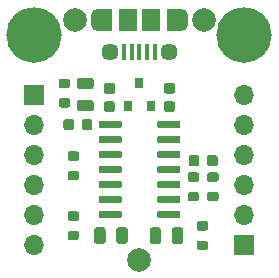
<source format=gbr>
G04 #@! TF.GenerationSoftware,KiCad,Pcbnew,5.1.5+dfsg1-2build2*
G04 #@! TF.CreationDate,2021-09-30T13:46:46+00:00*
G04 #@! TF.ProjectId,mcp2221a-breakout,6d637032-3232-4316-912d-627265616b6f,rev?*
G04 #@! TF.SameCoordinates,Original*
G04 #@! TF.FileFunction,Soldermask,Top*
G04 #@! TF.FilePolarity,Negative*
%FSLAX46Y46*%
G04 Gerber Fmt 4.6, Leading zero omitted, Abs format (unit mm)*
G04 Created by KiCad (PCBNEW 5.1.5+dfsg1-2build2) date 2021-09-30 13:46:46*
%MOMM*%
%LPD*%
G04 APERTURE LIST*
%ADD10C,4.700000*%
%ADD11R,0.800000X0.900000*%
%ADD12C,2.000000*%
%ADD13C,0.350000*%
%ADD14O,1.700000X1.700000*%
%ADD15R,1.700000X1.700000*%
%ADD16R,1.200000X1.900000*%
%ADD17O,1.200000X1.900000*%
%ADD18R,1.500000X1.900000*%
%ADD19C,1.450000*%
%ADD20R,0.400000X1.350000*%
G04 APERTURE END LIST*
D10*
G04 #@! TO.C,H2*
X116840000Y-45720000D03*
G04 #@! TD*
D11*
G04 #@! TO.C,U1*
X107950000Y-49800000D03*
X108900000Y-51800000D03*
X107000000Y-51800000D03*
G04 #@! TD*
D12*
G04 #@! TO.C,FID3*
X107886500Y-64770000D03*
G04 #@! TD*
D13*
G04 #@! TO.C,R6*
G36*
X112816603Y-57385963D02*
G01*
X112836018Y-57388843D01*
X112855057Y-57393612D01*
X112873537Y-57400224D01*
X112891279Y-57408616D01*
X112908114Y-57418706D01*
X112923879Y-57430398D01*
X112938421Y-57443579D01*
X112951602Y-57458121D01*
X112963294Y-57473886D01*
X112973384Y-57490721D01*
X112981776Y-57508463D01*
X112988388Y-57526943D01*
X112993157Y-57545982D01*
X112996037Y-57565397D01*
X112997000Y-57585000D01*
X112997000Y-57985000D01*
X112996037Y-58004603D01*
X112993157Y-58024018D01*
X112988388Y-58043057D01*
X112981776Y-58061537D01*
X112973384Y-58079279D01*
X112963294Y-58096114D01*
X112951602Y-58111879D01*
X112938421Y-58126421D01*
X112923879Y-58139602D01*
X112908114Y-58151294D01*
X112891279Y-58161384D01*
X112873537Y-58169776D01*
X112855057Y-58176388D01*
X112836018Y-58181157D01*
X112816603Y-58184037D01*
X112797000Y-58185000D01*
X112247000Y-58185000D01*
X112227397Y-58184037D01*
X112207982Y-58181157D01*
X112188943Y-58176388D01*
X112170463Y-58169776D01*
X112152721Y-58161384D01*
X112135886Y-58151294D01*
X112120121Y-58139602D01*
X112105579Y-58126421D01*
X112092398Y-58111879D01*
X112080706Y-58096114D01*
X112070616Y-58079279D01*
X112062224Y-58061537D01*
X112055612Y-58043057D01*
X112050843Y-58024018D01*
X112047963Y-58004603D01*
X112047000Y-57985000D01*
X112047000Y-57585000D01*
X112047963Y-57565397D01*
X112050843Y-57545982D01*
X112055612Y-57526943D01*
X112062224Y-57508463D01*
X112070616Y-57490721D01*
X112080706Y-57473886D01*
X112092398Y-57458121D01*
X112105579Y-57443579D01*
X112120121Y-57430398D01*
X112135886Y-57418706D01*
X112152721Y-57408616D01*
X112170463Y-57400224D01*
X112188943Y-57393612D01*
X112207982Y-57388843D01*
X112227397Y-57385963D01*
X112247000Y-57385000D01*
X112797000Y-57385000D01*
X112816603Y-57385963D01*
G37*
G36*
X112816603Y-59035963D02*
G01*
X112836018Y-59038843D01*
X112855057Y-59043612D01*
X112873537Y-59050224D01*
X112891279Y-59058616D01*
X112908114Y-59068706D01*
X112923879Y-59080398D01*
X112938421Y-59093579D01*
X112951602Y-59108121D01*
X112963294Y-59123886D01*
X112973384Y-59140721D01*
X112981776Y-59158463D01*
X112988388Y-59176943D01*
X112993157Y-59195982D01*
X112996037Y-59215397D01*
X112997000Y-59235000D01*
X112997000Y-59635000D01*
X112996037Y-59654603D01*
X112993157Y-59674018D01*
X112988388Y-59693057D01*
X112981776Y-59711537D01*
X112973384Y-59729279D01*
X112963294Y-59746114D01*
X112951602Y-59761879D01*
X112938421Y-59776421D01*
X112923879Y-59789602D01*
X112908114Y-59801294D01*
X112891279Y-59811384D01*
X112873537Y-59819776D01*
X112855057Y-59826388D01*
X112836018Y-59831157D01*
X112816603Y-59834037D01*
X112797000Y-59835000D01*
X112247000Y-59835000D01*
X112227397Y-59834037D01*
X112207982Y-59831157D01*
X112188943Y-59826388D01*
X112170463Y-59819776D01*
X112152721Y-59811384D01*
X112135886Y-59801294D01*
X112120121Y-59789602D01*
X112105579Y-59776421D01*
X112092398Y-59761879D01*
X112080706Y-59746114D01*
X112070616Y-59729279D01*
X112062224Y-59711537D01*
X112055612Y-59693057D01*
X112050843Y-59674018D01*
X112047963Y-59654603D01*
X112047000Y-59635000D01*
X112047000Y-59235000D01*
X112047963Y-59215397D01*
X112050843Y-59195982D01*
X112055612Y-59176943D01*
X112062224Y-59158463D01*
X112070616Y-59140721D01*
X112080706Y-59123886D01*
X112092398Y-59108121D01*
X112105579Y-59093579D01*
X112120121Y-59080398D01*
X112135886Y-59068706D01*
X112152721Y-59058616D01*
X112170463Y-59050224D01*
X112188943Y-59043612D01*
X112207982Y-59038843D01*
X112227397Y-59035963D01*
X112247000Y-59035000D01*
X112797000Y-59035000D01*
X112816603Y-59035963D01*
G37*
G04 #@! TD*
G04 #@! TO.C,R5*
G36*
X114467603Y-57385963D02*
G01*
X114487018Y-57388843D01*
X114506057Y-57393612D01*
X114524537Y-57400224D01*
X114542279Y-57408616D01*
X114559114Y-57418706D01*
X114574879Y-57430398D01*
X114589421Y-57443579D01*
X114602602Y-57458121D01*
X114614294Y-57473886D01*
X114624384Y-57490721D01*
X114632776Y-57508463D01*
X114639388Y-57526943D01*
X114644157Y-57545982D01*
X114647037Y-57565397D01*
X114648000Y-57585000D01*
X114648000Y-57985000D01*
X114647037Y-58004603D01*
X114644157Y-58024018D01*
X114639388Y-58043057D01*
X114632776Y-58061537D01*
X114624384Y-58079279D01*
X114614294Y-58096114D01*
X114602602Y-58111879D01*
X114589421Y-58126421D01*
X114574879Y-58139602D01*
X114559114Y-58151294D01*
X114542279Y-58161384D01*
X114524537Y-58169776D01*
X114506057Y-58176388D01*
X114487018Y-58181157D01*
X114467603Y-58184037D01*
X114448000Y-58185000D01*
X113898000Y-58185000D01*
X113878397Y-58184037D01*
X113858982Y-58181157D01*
X113839943Y-58176388D01*
X113821463Y-58169776D01*
X113803721Y-58161384D01*
X113786886Y-58151294D01*
X113771121Y-58139602D01*
X113756579Y-58126421D01*
X113743398Y-58111879D01*
X113731706Y-58096114D01*
X113721616Y-58079279D01*
X113713224Y-58061537D01*
X113706612Y-58043057D01*
X113701843Y-58024018D01*
X113698963Y-58004603D01*
X113698000Y-57985000D01*
X113698000Y-57585000D01*
X113698963Y-57565397D01*
X113701843Y-57545982D01*
X113706612Y-57526943D01*
X113713224Y-57508463D01*
X113721616Y-57490721D01*
X113731706Y-57473886D01*
X113743398Y-57458121D01*
X113756579Y-57443579D01*
X113771121Y-57430398D01*
X113786886Y-57418706D01*
X113803721Y-57408616D01*
X113821463Y-57400224D01*
X113839943Y-57393612D01*
X113858982Y-57388843D01*
X113878397Y-57385963D01*
X113898000Y-57385000D01*
X114448000Y-57385000D01*
X114467603Y-57385963D01*
G37*
G36*
X114467603Y-59035963D02*
G01*
X114487018Y-59038843D01*
X114506057Y-59043612D01*
X114524537Y-59050224D01*
X114542279Y-59058616D01*
X114559114Y-59068706D01*
X114574879Y-59080398D01*
X114589421Y-59093579D01*
X114602602Y-59108121D01*
X114614294Y-59123886D01*
X114624384Y-59140721D01*
X114632776Y-59158463D01*
X114639388Y-59176943D01*
X114644157Y-59195982D01*
X114647037Y-59215397D01*
X114648000Y-59235000D01*
X114648000Y-59635000D01*
X114647037Y-59654603D01*
X114644157Y-59674018D01*
X114639388Y-59693057D01*
X114632776Y-59711537D01*
X114624384Y-59729279D01*
X114614294Y-59746114D01*
X114602602Y-59761879D01*
X114589421Y-59776421D01*
X114574879Y-59789602D01*
X114559114Y-59801294D01*
X114542279Y-59811384D01*
X114524537Y-59819776D01*
X114506057Y-59826388D01*
X114487018Y-59831157D01*
X114467603Y-59834037D01*
X114448000Y-59835000D01*
X113898000Y-59835000D01*
X113878397Y-59834037D01*
X113858982Y-59831157D01*
X113839943Y-59826388D01*
X113821463Y-59819776D01*
X113803721Y-59811384D01*
X113786886Y-59801294D01*
X113771121Y-59789602D01*
X113756579Y-59776421D01*
X113743398Y-59761879D01*
X113731706Y-59746114D01*
X113721616Y-59729279D01*
X113713224Y-59711537D01*
X113706612Y-59693057D01*
X113701843Y-59674018D01*
X113698963Y-59654603D01*
X113698000Y-59635000D01*
X113698000Y-59235000D01*
X113698963Y-59215397D01*
X113701843Y-59195982D01*
X113706612Y-59176943D01*
X113713224Y-59158463D01*
X113721616Y-59140721D01*
X113731706Y-59123886D01*
X113743398Y-59108121D01*
X113756579Y-59093579D01*
X113771121Y-59080398D01*
X113786886Y-59068706D01*
X113803721Y-59058616D01*
X113821463Y-59050224D01*
X113839943Y-59043612D01*
X113858982Y-59038843D01*
X113878397Y-59035963D01*
X113898000Y-59035000D01*
X114448000Y-59035000D01*
X114467603Y-59035963D01*
G37*
G04 #@! TD*
D14*
G04 #@! TO.C,J2*
X99060000Y-63500000D03*
X99060000Y-60960000D03*
X99060000Y-58420000D03*
X99060000Y-55880000D03*
X99060000Y-53340000D03*
D15*
X99060000Y-50800000D03*
G04 #@! TD*
D10*
G04 #@! TO.C,H1*
X99060000Y-45720000D03*
G04 #@! TD*
D12*
G04 #@! TO.C,FID2*
X113411000Y-44450000D03*
G04 #@! TD*
G04 #@! TO.C,FID1*
X102489000Y-44450000D03*
G04 #@! TD*
D13*
G04 #@! TO.C,D3*
G36*
X109566142Y-62039174D02*
G01*
X109589803Y-62042684D01*
X109613007Y-62048496D01*
X109635529Y-62056554D01*
X109657153Y-62066782D01*
X109677670Y-62079079D01*
X109696883Y-62093329D01*
X109714607Y-62109393D01*
X109730671Y-62127117D01*
X109744921Y-62146330D01*
X109757218Y-62166847D01*
X109767446Y-62188471D01*
X109775504Y-62210993D01*
X109781316Y-62234197D01*
X109784826Y-62257858D01*
X109786000Y-62281750D01*
X109786000Y-63194250D01*
X109784826Y-63218142D01*
X109781316Y-63241803D01*
X109775504Y-63265007D01*
X109767446Y-63287529D01*
X109757218Y-63309153D01*
X109744921Y-63329670D01*
X109730671Y-63348883D01*
X109714607Y-63366607D01*
X109696883Y-63382671D01*
X109677670Y-63396921D01*
X109657153Y-63409218D01*
X109635529Y-63419446D01*
X109613007Y-63427504D01*
X109589803Y-63433316D01*
X109566142Y-63436826D01*
X109542250Y-63438000D01*
X109054750Y-63438000D01*
X109030858Y-63436826D01*
X109007197Y-63433316D01*
X108983993Y-63427504D01*
X108961471Y-63419446D01*
X108939847Y-63409218D01*
X108919330Y-63396921D01*
X108900117Y-63382671D01*
X108882393Y-63366607D01*
X108866329Y-63348883D01*
X108852079Y-63329670D01*
X108839782Y-63309153D01*
X108829554Y-63287529D01*
X108821496Y-63265007D01*
X108815684Y-63241803D01*
X108812174Y-63218142D01*
X108811000Y-63194250D01*
X108811000Y-62281750D01*
X108812174Y-62257858D01*
X108815684Y-62234197D01*
X108821496Y-62210993D01*
X108829554Y-62188471D01*
X108839782Y-62166847D01*
X108852079Y-62146330D01*
X108866329Y-62127117D01*
X108882393Y-62109393D01*
X108900117Y-62093329D01*
X108919330Y-62079079D01*
X108939847Y-62066782D01*
X108961471Y-62056554D01*
X108983993Y-62048496D01*
X109007197Y-62042684D01*
X109030858Y-62039174D01*
X109054750Y-62038000D01*
X109542250Y-62038000D01*
X109566142Y-62039174D01*
G37*
G36*
X111441142Y-62039174D02*
G01*
X111464803Y-62042684D01*
X111488007Y-62048496D01*
X111510529Y-62056554D01*
X111532153Y-62066782D01*
X111552670Y-62079079D01*
X111571883Y-62093329D01*
X111589607Y-62109393D01*
X111605671Y-62127117D01*
X111619921Y-62146330D01*
X111632218Y-62166847D01*
X111642446Y-62188471D01*
X111650504Y-62210993D01*
X111656316Y-62234197D01*
X111659826Y-62257858D01*
X111661000Y-62281750D01*
X111661000Y-63194250D01*
X111659826Y-63218142D01*
X111656316Y-63241803D01*
X111650504Y-63265007D01*
X111642446Y-63287529D01*
X111632218Y-63309153D01*
X111619921Y-63329670D01*
X111605671Y-63348883D01*
X111589607Y-63366607D01*
X111571883Y-63382671D01*
X111552670Y-63396921D01*
X111532153Y-63409218D01*
X111510529Y-63419446D01*
X111488007Y-63427504D01*
X111464803Y-63433316D01*
X111441142Y-63436826D01*
X111417250Y-63438000D01*
X110929750Y-63438000D01*
X110905858Y-63436826D01*
X110882197Y-63433316D01*
X110858993Y-63427504D01*
X110836471Y-63419446D01*
X110814847Y-63409218D01*
X110794330Y-63396921D01*
X110775117Y-63382671D01*
X110757393Y-63366607D01*
X110741329Y-63348883D01*
X110727079Y-63329670D01*
X110714782Y-63309153D01*
X110704554Y-63287529D01*
X110696496Y-63265007D01*
X110690684Y-63241803D01*
X110687174Y-63218142D01*
X110686000Y-63194250D01*
X110686000Y-62281750D01*
X110687174Y-62257858D01*
X110690684Y-62234197D01*
X110696496Y-62210993D01*
X110704554Y-62188471D01*
X110714782Y-62166847D01*
X110727079Y-62146330D01*
X110741329Y-62127117D01*
X110757393Y-62109393D01*
X110775117Y-62093329D01*
X110794330Y-62079079D01*
X110814847Y-62066782D01*
X110836471Y-62056554D01*
X110858993Y-62048496D01*
X110882197Y-62042684D01*
X110905858Y-62039174D01*
X110929750Y-62038000D01*
X111417250Y-62038000D01*
X111441142Y-62039174D01*
G37*
G04 #@! TD*
G04 #@! TO.C,D2*
G36*
X106742142Y-62039174D02*
G01*
X106765803Y-62042684D01*
X106789007Y-62048496D01*
X106811529Y-62056554D01*
X106833153Y-62066782D01*
X106853670Y-62079079D01*
X106872883Y-62093329D01*
X106890607Y-62109393D01*
X106906671Y-62127117D01*
X106920921Y-62146330D01*
X106933218Y-62166847D01*
X106943446Y-62188471D01*
X106951504Y-62210993D01*
X106957316Y-62234197D01*
X106960826Y-62257858D01*
X106962000Y-62281750D01*
X106962000Y-63194250D01*
X106960826Y-63218142D01*
X106957316Y-63241803D01*
X106951504Y-63265007D01*
X106943446Y-63287529D01*
X106933218Y-63309153D01*
X106920921Y-63329670D01*
X106906671Y-63348883D01*
X106890607Y-63366607D01*
X106872883Y-63382671D01*
X106853670Y-63396921D01*
X106833153Y-63409218D01*
X106811529Y-63419446D01*
X106789007Y-63427504D01*
X106765803Y-63433316D01*
X106742142Y-63436826D01*
X106718250Y-63438000D01*
X106230750Y-63438000D01*
X106206858Y-63436826D01*
X106183197Y-63433316D01*
X106159993Y-63427504D01*
X106137471Y-63419446D01*
X106115847Y-63409218D01*
X106095330Y-63396921D01*
X106076117Y-63382671D01*
X106058393Y-63366607D01*
X106042329Y-63348883D01*
X106028079Y-63329670D01*
X106015782Y-63309153D01*
X106005554Y-63287529D01*
X105997496Y-63265007D01*
X105991684Y-63241803D01*
X105988174Y-63218142D01*
X105987000Y-63194250D01*
X105987000Y-62281750D01*
X105988174Y-62257858D01*
X105991684Y-62234197D01*
X105997496Y-62210993D01*
X106005554Y-62188471D01*
X106015782Y-62166847D01*
X106028079Y-62146330D01*
X106042329Y-62127117D01*
X106058393Y-62109393D01*
X106076117Y-62093329D01*
X106095330Y-62079079D01*
X106115847Y-62066782D01*
X106137471Y-62056554D01*
X106159993Y-62048496D01*
X106183197Y-62042684D01*
X106206858Y-62039174D01*
X106230750Y-62038000D01*
X106718250Y-62038000D01*
X106742142Y-62039174D01*
G37*
G36*
X104867142Y-62039174D02*
G01*
X104890803Y-62042684D01*
X104914007Y-62048496D01*
X104936529Y-62056554D01*
X104958153Y-62066782D01*
X104978670Y-62079079D01*
X104997883Y-62093329D01*
X105015607Y-62109393D01*
X105031671Y-62127117D01*
X105045921Y-62146330D01*
X105058218Y-62166847D01*
X105068446Y-62188471D01*
X105076504Y-62210993D01*
X105082316Y-62234197D01*
X105085826Y-62257858D01*
X105087000Y-62281750D01*
X105087000Y-63194250D01*
X105085826Y-63218142D01*
X105082316Y-63241803D01*
X105076504Y-63265007D01*
X105068446Y-63287529D01*
X105058218Y-63309153D01*
X105045921Y-63329670D01*
X105031671Y-63348883D01*
X105015607Y-63366607D01*
X104997883Y-63382671D01*
X104978670Y-63396921D01*
X104958153Y-63409218D01*
X104936529Y-63419446D01*
X104914007Y-63427504D01*
X104890803Y-63433316D01*
X104867142Y-63436826D01*
X104843250Y-63438000D01*
X104355750Y-63438000D01*
X104331858Y-63436826D01*
X104308197Y-63433316D01*
X104284993Y-63427504D01*
X104262471Y-63419446D01*
X104240847Y-63409218D01*
X104220330Y-63396921D01*
X104201117Y-63382671D01*
X104183393Y-63366607D01*
X104167329Y-63348883D01*
X104153079Y-63329670D01*
X104140782Y-63309153D01*
X104130554Y-63287529D01*
X104122496Y-63265007D01*
X104116684Y-63241803D01*
X104113174Y-63218142D01*
X104112000Y-63194250D01*
X104112000Y-62281750D01*
X104113174Y-62257858D01*
X104116684Y-62234197D01*
X104122496Y-62210993D01*
X104130554Y-62188471D01*
X104140782Y-62166847D01*
X104153079Y-62146330D01*
X104167329Y-62127117D01*
X104183393Y-62109393D01*
X104201117Y-62093329D01*
X104220330Y-62079079D01*
X104240847Y-62066782D01*
X104262471Y-62056554D01*
X104284993Y-62048496D01*
X104308197Y-62042684D01*
X104331858Y-62039174D01*
X104355750Y-62038000D01*
X104843250Y-62038000D01*
X104867142Y-62039174D01*
G37*
G04 #@! TD*
D14*
G04 #@! TO.C,J3*
X116840000Y-50800000D03*
X116840000Y-53340000D03*
X116840000Y-55880000D03*
X116840000Y-58420000D03*
X116840000Y-60960000D03*
D15*
X116840000Y-63500000D03*
G04 #@! TD*
D13*
G04 #@! TO.C,U2*
G36*
X111264703Y-53040722D02*
G01*
X111279264Y-53042882D01*
X111293543Y-53046459D01*
X111307403Y-53051418D01*
X111320710Y-53057712D01*
X111333336Y-53065280D01*
X111345159Y-53074048D01*
X111356066Y-53083934D01*
X111365952Y-53094841D01*
X111374720Y-53106664D01*
X111382288Y-53119290D01*
X111388582Y-53132597D01*
X111393541Y-53146457D01*
X111397118Y-53160736D01*
X111399278Y-53175297D01*
X111400000Y-53190000D01*
X111400000Y-53490000D01*
X111399278Y-53504703D01*
X111397118Y-53519264D01*
X111393541Y-53533543D01*
X111388582Y-53547403D01*
X111382288Y-53560710D01*
X111374720Y-53573336D01*
X111365952Y-53585159D01*
X111356066Y-53596066D01*
X111345159Y-53605952D01*
X111333336Y-53614720D01*
X111320710Y-53622288D01*
X111307403Y-53628582D01*
X111293543Y-53633541D01*
X111279264Y-53637118D01*
X111264703Y-53639278D01*
X111250000Y-53640000D01*
X109600000Y-53640000D01*
X109585297Y-53639278D01*
X109570736Y-53637118D01*
X109556457Y-53633541D01*
X109542597Y-53628582D01*
X109529290Y-53622288D01*
X109516664Y-53614720D01*
X109504841Y-53605952D01*
X109493934Y-53596066D01*
X109484048Y-53585159D01*
X109475280Y-53573336D01*
X109467712Y-53560710D01*
X109461418Y-53547403D01*
X109456459Y-53533543D01*
X109452882Y-53519264D01*
X109450722Y-53504703D01*
X109450000Y-53490000D01*
X109450000Y-53190000D01*
X109450722Y-53175297D01*
X109452882Y-53160736D01*
X109456459Y-53146457D01*
X109461418Y-53132597D01*
X109467712Y-53119290D01*
X109475280Y-53106664D01*
X109484048Y-53094841D01*
X109493934Y-53083934D01*
X109504841Y-53074048D01*
X109516664Y-53065280D01*
X109529290Y-53057712D01*
X109542597Y-53051418D01*
X109556457Y-53046459D01*
X109570736Y-53042882D01*
X109585297Y-53040722D01*
X109600000Y-53040000D01*
X111250000Y-53040000D01*
X111264703Y-53040722D01*
G37*
G36*
X111264703Y-54310722D02*
G01*
X111279264Y-54312882D01*
X111293543Y-54316459D01*
X111307403Y-54321418D01*
X111320710Y-54327712D01*
X111333336Y-54335280D01*
X111345159Y-54344048D01*
X111356066Y-54353934D01*
X111365952Y-54364841D01*
X111374720Y-54376664D01*
X111382288Y-54389290D01*
X111388582Y-54402597D01*
X111393541Y-54416457D01*
X111397118Y-54430736D01*
X111399278Y-54445297D01*
X111400000Y-54460000D01*
X111400000Y-54760000D01*
X111399278Y-54774703D01*
X111397118Y-54789264D01*
X111393541Y-54803543D01*
X111388582Y-54817403D01*
X111382288Y-54830710D01*
X111374720Y-54843336D01*
X111365952Y-54855159D01*
X111356066Y-54866066D01*
X111345159Y-54875952D01*
X111333336Y-54884720D01*
X111320710Y-54892288D01*
X111307403Y-54898582D01*
X111293543Y-54903541D01*
X111279264Y-54907118D01*
X111264703Y-54909278D01*
X111250000Y-54910000D01*
X109600000Y-54910000D01*
X109585297Y-54909278D01*
X109570736Y-54907118D01*
X109556457Y-54903541D01*
X109542597Y-54898582D01*
X109529290Y-54892288D01*
X109516664Y-54884720D01*
X109504841Y-54875952D01*
X109493934Y-54866066D01*
X109484048Y-54855159D01*
X109475280Y-54843336D01*
X109467712Y-54830710D01*
X109461418Y-54817403D01*
X109456459Y-54803543D01*
X109452882Y-54789264D01*
X109450722Y-54774703D01*
X109450000Y-54760000D01*
X109450000Y-54460000D01*
X109450722Y-54445297D01*
X109452882Y-54430736D01*
X109456459Y-54416457D01*
X109461418Y-54402597D01*
X109467712Y-54389290D01*
X109475280Y-54376664D01*
X109484048Y-54364841D01*
X109493934Y-54353934D01*
X109504841Y-54344048D01*
X109516664Y-54335280D01*
X109529290Y-54327712D01*
X109542597Y-54321418D01*
X109556457Y-54316459D01*
X109570736Y-54312882D01*
X109585297Y-54310722D01*
X109600000Y-54310000D01*
X111250000Y-54310000D01*
X111264703Y-54310722D01*
G37*
G36*
X111264703Y-55580722D02*
G01*
X111279264Y-55582882D01*
X111293543Y-55586459D01*
X111307403Y-55591418D01*
X111320710Y-55597712D01*
X111333336Y-55605280D01*
X111345159Y-55614048D01*
X111356066Y-55623934D01*
X111365952Y-55634841D01*
X111374720Y-55646664D01*
X111382288Y-55659290D01*
X111388582Y-55672597D01*
X111393541Y-55686457D01*
X111397118Y-55700736D01*
X111399278Y-55715297D01*
X111400000Y-55730000D01*
X111400000Y-56030000D01*
X111399278Y-56044703D01*
X111397118Y-56059264D01*
X111393541Y-56073543D01*
X111388582Y-56087403D01*
X111382288Y-56100710D01*
X111374720Y-56113336D01*
X111365952Y-56125159D01*
X111356066Y-56136066D01*
X111345159Y-56145952D01*
X111333336Y-56154720D01*
X111320710Y-56162288D01*
X111307403Y-56168582D01*
X111293543Y-56173541D01*
X111279264Y-56177118D01*
X111264703Y-56179278D01*
X111250000Y-56180000D01*
X109600000Y-56180000D01*
X109585297Y-56179278D01*
X109570736Y-56177118D01*
X109556457Y-56173541D01*
X109542597Y-56168582D01*
X109529290Y-56162288D01*
X109516664Y-56154720D01*
X109504841Y-56145952D01*
X109493934Y-56136066D01*
X109484048Y-56125159D01*
X109475280Y-56113336D01*
X109467712Y-56100710D01*
X109461418Y-56087403D01*
X109456459Y-56073543D01*
X109452882Y-56059264D01*
X109450722Y-56044703D01*
X109450000Y-56030000D01*
X109450000Y-55730000D01*
X109450722Y-55715297D01*
X109452882Y-55700736D01*
X109456459Y-55686457D01*
X109461418Y-55672597D01*
X109467712Y-55659290D01*
X109475280Y-55646664D01*
X109484048Y-55634841D01*
X109493934Y-55623934D01*
X109504841Y-55614048D01*
X109516664Y-55605280D01*
X109529290Y-55597712D01*
X109542597Y-55591418D01*
X109556457Y-55586459D01*
X109570736Y-55582882D01*
X109585297Y-55580722D01*
X109600000Y-55580000D01*
X111250000Y-55580000D01*
X111264703Y-55580722D01*
G37*
G36*
X111264703Y-56850722D02*
G01*
X111279264Y-56852882D01*
X111293543Y-56856459D01*
X111307403Y-56861418D01*
X111320710Y-56867712D01*
X111333336Y-56875280D01*
X111345159Y-56884048D01*
X111356066Y-56893934D01*
X111365952Y-56904841D01*
X111374720Y-56916664D01*
X111382288Y-56929290D01*
X111388582Y-56942597D01*
X111393541Y-56956457D01*
X111397118Y-56970736D01*
X111399278Y-56985297D01*
X111400000Y-57000000D01*
X111400000Y-57300000D01*
X111399278Y-57314703D01*
X111397118Y-57329264D01*
X111393541Y-57343543D01*
X111388582Y-57357403D01*
X111382288Y-57370710D01*
X111374720Y-57383336D01*
X111365952Y-57395159D01*
X111356066Y-57406066D01*
X111345159Y-57415952D01*
X111333336Y-57424720D01*
X111320710Y-57432288D01*
X111307403Y-57438582D01*
X111293543Y-57443541D01*
X111279264Y-57447118D01*
X111264703Y-57449278D01*
X111250000Y-57450000D01*
X109600000Y-57450000D01*
X109585297Y-57449278D01*
X109570736Y-57447118D01*
X109556457Y-57443541D01*
X109542597Y-57438582D01*
X109529290Y-57432288D01*
X109516664Y-57424720D01*
X109504841Y-57415952D01*
X109493934Y-57406066D01*
X109484048Y-57395159D01*
X109475280Y-57383336D01*
X109467712Y-57370710D01*
X109461418Y-57357403D01*
X109456459Y-57343543D01*
X109452882Y-57329264D01*
X109450722Y-57314703D01*
X109450000Y-57300000D01*
X109450000Y-57000000D01*
X109450722Y-56985297D01*
X109452882Y-56970736D01*
X109456459Y-56956457D01*
X109461418Y-56942597D01*
X109467712Y-56929290D01*
X109475280Y-56916664D01*
X109484048Y-56904841D01*
X109493934Y-56893934D01*
X109504841Y-56884048D01*
X109516664Y-56875280D01*
X109529290Y-56867712D01*
X109542597Y-56861418D01*
X109556457Y-56856459D01*
X109570736Y-56852882D01*
X109585297Y-56850722D01*
X109600000Y-56850000D01*
X111250000Y-56850000D01*
X111264703Y-56850722D01*
G37*
G36*
X111264703Y-58120722D02*
G01*
X111279264Y-58122882D01*
X111293543Y-58126459D01*
X111307403Y-58131418D01*
X111320710Y-58137712D01*
X111333336Y-58145280D01*
X111345159Y-58154048D01*
X111356066Y-58163934D01*
X111365952Y-58174841D01*
X111374720Y-58186664D01*
X111382288Y-58199290D01*
X111388582Y-58212597D01*
X111393541Y-58226457D01*
X111397118Y-58240736D01*
X111399278Y-58255297D01*
X111400000Y-58270000D01*
X111400000Y-58570000D01*
X111399278Y-58584703D01*
X111397118Y-58599264D01*
X111393541Y-58613543D01*
X111388582Y-58627403D01*
X111382288Y-58640710D01*
X111374720Y-58653336D01*
X111365952Y-58665159D01*
X111356066Y-58676066D01*
X111345159Y-58685952D01*
X111333336Y-58694720D01*
X111320710Y-58702288D01*
X111307403Y-58708582D01*
X111293543Y-58713541D01*
X111279264Y-58717118D01*
X111264703Y-58719278D01*
X111250000Y-58720000D01*
X109600000Y-58720000D01*
X109585297Y-58719278D01*
X109570736Y-58717118D01*
X109556457Y-58713541D01*
X109542597Y-58708582D01*
X109529290Y-58702288D01*
X109516664Y-58694720D01*
X109504841Y-58685952D01*
X109493934Y-58676066D01*
X109484048Y-58665159D01*
X109475280Y-58653336D01*
X109467712Y-58640710D01*
X109461418Y-58627403D01*
X109456459Y-58613543D01*
X109452882Y-58599264D01*
X109450722Y-58584703D01*
X109450000Y-58570000D01*
X109450000Y-58270000D01*
X109450722Y-58255297D01*
X109452882Y-58240736D01*
X109456459Y-58226457D01*
X109461418Y-58212597D01*
X109467712Y-58199290D01*
X109475280Y-58186664D01*
X109484048Y-58174841D01*
X109493934Y-58163934D01*
X109504841Y-58154048D01*
X109516664Y-58145280D01*
X109529290Y-58137712D01*
X109542597Y-58131418D01*
X109556457Y-58126459D01*
X109570736Y-58122882D01*
X109585297Y-58120722D01*
X109600000Y-58120000D01*
X111250000Y-58120000D01*
X111264703Y-58120722D01*
G37*
G36*
X111264703Y-59390722D02*
G01*
X111279264Y-59392882D01*
X111293543Y-59396459D01*
X111307403Y-59401418D01*
X111320710Y-59407712D01*
X111333336Y-59415280D01*
X111345159Y-59424048D01*
X111356066Y-59433934D01*
X111365952Y-59444841D01*
X111374720Y-59456664D01*
X111382288Y-59469290D01*
X111388582Y-59482597D01*
X111393541Y-59496457D01*
X111397118Y-59510736D01*
X111399278Y-59525297D01*
X111400000Y-59540000D01*
X111400000Y-59840000D01*
X111399278Y-59854703D01*
X111397118Y-59869264D01*
X111393541Y-59883543D01*
X111388582Y-59897403D01*
X111382288Y-59910710D01*
X111374720Y-59923336D01*
X111365952Y-59935159D01*
X111356066Y-59946066D01*
X111345159Y-59955952D01*
X111333336Y-59964720D01*
X111320710Y-59972288D01*
X111307403Y-59978582D01*
X111293543Y-59983541D01*
X111279264Y-59987118D01*
X111264703Y-59989278D01*
X111250000Y-59990000D01*
X109600000Y-59990000D01*
X109585297Y-59989278D01*
X109570736Y-59987118D01*
X109556457Y-59983541D01*
X109542597Y-59978582D01*
X109529290Y-59972288D01*
X109516664Y-59964720D01*
X109504841Y-59955952D01*
X109493934Y-59946066D01*
X109484048Y-59935159D01*
X109475280Y-59923336D01*
X109467712Y-59910710D01*
X109461418Y-59897403D01*
X109456459Y-59883543D01*
X109452882Y-59869264D01*
X109450722Y-59854703D01*
X109450000Y-59840000D01*
X109450000Y-59540000D01*
X109450722Y-59525297D01*
X109452882Y-59510736D01*
X109456459Y-59496457D01*
X109461418Y-59482597D01*
X109467712Y-59469290D01*
X109475280Y-59456664D01*
X109484048Y-59444841D01*
X109493934Y-59433934D01*
X109504841Y-59424048D01*
X109516664Y-59415280D01*
X109529290Y-59407712D01*
X109542597Y-59401418D01*
X109556457Y-59396459D01*
X109570736Y-59392882D01*
X109585297Y-59390722D01*
X109600000Y-59390000D01*
X111250000Y-59390000D01*
X111264703Y-59390722D01*
G37*
G36*
X111264703Y-60660722D02*
G01*
X111279264Y-60662882D01*
X111293543Y-60666459D01*
X111307403Y-60671418D01*
X111320710Y-60677712D01*
X111333336Y-60685280D01*
X111345159Y-60694048D01*
X111356066Y-60703934D01*
X111365952Y-60714841D01*
X111374720Y-60726664D01*
X111382288Y-60739290D01*
X111388582Y-60752597D01*
X111393541Y-60766457D01*
X111397118Y-60780736D01*
X111399278Y-60795297D01*
X111400000Y-60810000D01*
X111400000Y-61110000D01*
X111399278Y-61124703D01*
X111397118Y-61139264D01*
X111393541Y-61153543D01*
X111388582Y-61167403D01*
X111382288Y-61180710D01*
X111374720Y-61193336D01*
X111365952Y-61205159D01*
X111356066Y-61216066D01*
X111345159Y-61225952D01*
X111333336Y-61234720D01*
X111320710Y-61242288D01*
X111307403Y-61248582D01*
X111293543Y-61253541D01*
X111279264Y-61257118D01*
X111264703Y-61259278D01*
X111250000Y-61260000D01*
X109600000Y-61260000D01*
X109585297Y-61259278D01*
X109570736Y-61257118D01*
X109556457Y-61253541D01*
X109542597Y-61248582D01*
X109529290Y-61242288D01*
X109516664Y-61234720D01*
X109504841Y-61225952D01*
X109493934Y-61216066D01*
X109484048Y-61205159D01*
X109475280Y-61193336D01*
X109467712Y-61180710D01*
X109461418Y-61167403D01*
X109456459Y-61153543D01*
X109452882Y-61139264D01*
X109450722Y-61124703D01*
X109450000Y-61110000D01*
X109450000Y-60810000D01*
X109450722Y-60795297D01*
X109452882Y-60780736D01*
X109456459Y-60766457D01*
X109461418Y-60752597D01*
X109467712Y-60739290D01*
X109475280Y-60726664D01*
X109484048Y-60714841D01*
X109493934Y-60703934D01*
X109504841Y-60694048D01*
X109516664Y-60685280D01*
X109529290Y-60677712D01*
X109542597Y-60671418D01*
X109556457Y-60666459D01*
X109570736Y-60662882D01*
X109585297Y-60660722D01*
X109600000Y-60660000D01*
X111250000Y-60660000D01*
X111264703Y-60660722D01*
G37*
G36*
X106314703Y-60660722D02*
G01*
X106329264Y-60662882D01*
X106343543Y-60666459D01*
X106357403Y-60671418D01*
X106370710Y-60677712D01*
X106383336Y-60685280D01*
X106395159Y-60694048D01*
X106406066Y-60703934D01*
X106415952Y-60714841D01*
X106424720Y-60726664D01*
X106432288Y-60739290D01*
X106438582Y-60752597D01*
X106443541Y-60766457D01*
X106447118Y-60780736D01*
X106449278Y-60795297D01*
X106450000Y-60810000D01*
X106450000Y-61110000D01*
X106449278Y-61124703D01*
X106447118Y-61139264D01*
X106443541Y-61153543D01*
X106438582Y-61167403D01*
X106432288Y-61180710D01*
X106424720Y-61193336D01*
X106415952Y-61205159D01*
X106406066Y-61216066D01*
X106395159Y-61225952D01*
X106383336Y-61234720D01*
X106370710Y-61242288D01*
X106357403Y-61248582D01*
X106343543Y-61253541D01*
X106329264Y-61257118D01*
X106314703Y-61259278D01*
X106300000Y-61260000D01*
X104650000Y-61260000D01*
X104635297Y-61259278D01*
X104620736Y-61257118D01*
X104606457Y-61253541D01*
X104592597Y-61248582D01*
X104579290Y-61242288D01*
X104566664Y-61234720D01*
X104554841Y-61225952D01*
X104543934Y-61216066D01*
X104534048Y-61205159D01*
X104525280Y-61193336D01*
X104517712Y-61180710D01*
X104511418Y-61167403D01*
X104506459Y-61153543D01*
X104502882Y-61139264D01*
X104500722Y-61124703D01*
X104500000Y-61110000D01*
X104500000Y-60810000D01*
X104500722Y-60795297D01*
X104502882Y-60780736D01*
X104506459Y-60766457D01*
X104511418Y-60752597D01*
X104517712Y-60739290D01*
X104525280Y-60726664D01*
X104534048Y-60714841D01*
X104543934Y-60703934D01*
X104554841Y-60694048D01*
X104566664Y-60685280D01*
X104579290Y-60677712D01*
X104592597Y-60671418D01*
X104606457Y-60666459D01*
X104620736Y-60662882D01*
X104635297Y-60660722D01*
X104650000Y-60660000D01*
X106300000Y-60660000D01*
X106314703Y-60660722D01*
G37*
G36*
X106314703Y-59390722D02*
G01*
X106329264Y-59392882D01*
X106343543Y-59396459D01*
X106357403Y-59401418D01*
X106370710Y-59407712D01*
X106383336Y-59415280D01*
X106395159Y-59424048D01*
X106406066Y-59433934D01*
X106415952Y-59444841D01*
X106424720Y-59456664D01*
X106432288Y-59469290D01*
X106438582Y-59482597D01*
X106443541Y-59496457D01*
X106447118Y-59510736D01*
X106449278Y-59525297D01*
X106450000Y-59540000D01*
X106450000Y-59840000D01*
X106449278Y-59854703D01*
X106447118Y-59869264D01*
X106443541Y-59883543D01*
X106438582Y-59897403D01*
X106432288Y-59910710D01*
X106424720Y-59923336D01*
X106415952Y-59935159D01*
X106406066Y-59946066D01*
X106395159Y-59955952D01*
X106383336Y-59964720D01*
X106370710Y-59972288D01*
X106357403Y-59978582D01*
X106343543Y-59983541D01*
X106329264Y-59987118D01*
X106314703Y-59989278D01*
X106300000Y-59990000D01*
X104650000Y-59990000D01*
X104635297Y-59989278D01*
X104620736Y-59987118D01*
X104606457Y-59983541D01*
X104592597Y-59978582D01*
X104579290Y-59972288D01*
X104566664Y-59964720D01*
X104554841Y-59955952D01*
X104543934Y-59946066D01*
X104534048Y-59935159D01*
X104525280Y-59923336D01*
X104517712Y-59910710D01*
X104511418Y-59897403D01*
X104506459Y-59883543D01*
X104502882Y-59869264D01*
X104500722Y-59854703D01*
X104500000Y-59840000D01*
X104500000Y-59540000D01*
X104500722Y-59525297D01*
X104502882Y-59510736D01*
X104506459Y-59496457D01*
X104511418Y-59482597D01*
X104517712Y-59469290D01*
X104525280Y-59456664D01*
X104534048Y-59444841D01*
X104543934Y-59433934D01*
X104554841Y-59424048D01*
X104566664Y-59415280D01*
X104579290Y-59407712D01*
X104592597Y-59401418D01*
X104606457Y-59396459D01*
X104620736Y-59392882D01*
X104635297Y-59390722D01*
X104650000Y-59390000D01*
X106300000Y-59390000D01*
X106314703Y-59390722D01*
G37*
G36*
X106314703Y-58120722D02*
G01*
X106329264Y-58122882D01*
X106343543Y-58126459D01*
X106357403Y-58131418D01*
X106370710Y-58137712D01*
X106383336Y-58145280D01*
X106395159Y-58154048D01*
X106406066Y-58163934D01*
X106415952Y-58174841D01*
X106424720Y-58186664D01*
X106432288Y-58199290D01*
X106438582Y-58212597D01*
X106443541Y-58226457D01*
X106447118Y-58240736D01*
X106449278Y-58255297D01*
X106450000Y-58270000D01*
X106450000Y-58570000D01*
X106449278Y-58584703D01*
X106447118Y-58599264D01*
X106443541Y-58613543D01*
X106438582Y-58627403D01*
X106432288Y-58640710D01*
X106424720Y-58653336D01*
X106415952Y-58665159D01*
X106406066Y-58676066D01*
X106395159Y-58685952D01*
X106383336Y-58694720D01*
X106370710Y-58702288D01*
X106357403Y-58708582D01*
X106343543Y-58713541D01*
X106329264Y-58717118D01*
X106314703Y-58719278D01*
X106300000Y-58720000D01*
X104650000Y-58720000D01*
X104635297Y-58719278D01*
X104620736Y-58717118D01*
X104606457Y-58713541D01*
X104592597Y-58708582D01*
X104579290Y-58702288D01*
X104566664Y-58694720D01*
X104554841Y-58685952D01*
X104543934Y-58676066D01*
X104534048Y-58665159D01*
X104525280Y-58653336D01*
X104517712Y-58640710D01*
X104511418Y-58627403D01*
X104506459Y-58613543D01*
X104502882Y-58599264D01*
X104500722Y-58584703D01*
X104500000Y-58570000D01*
X104500000Y-58270000D01*
X104500722Y-58255297D01*
X104502882Y-58240736D01*
X104506459Y-58226457D01*
X104511418Y-58212597D01*
X104517712Y-58199290D01*
X104525280Y-58186664D01*
X104534048Y-58174841D01*
X104543934Y-58163934D01*
X104554841Y-58154048D01*
X104566664Y-58145280D01*
X104579290Y-58137712D01*
X104592597Y-58131418D01*
X104606457Y-58126459D01*
X104620736Y-58122882D01*
X104635297Y-58120722D01*
X104650000Y-58120000D01*
X106300000Y-58120000D01*
X106314703Y-58120722D01*
G37*
G36*
X106314703Y-56850722D02*
G01*
X106329264Y-56852882D01*
X106343543Y-56856459D01*
X106357403Y-56861418D01*
X106370710Y-56867712D01*
X106383336Y-56875280D01*
X106395159Y-56884048D01*
X106406066Y-56893934D01*
X106415952Y-56904841D01*
X106424720Y-56916664D01*
X106432288Y-56929290D01*
X106438582Y-56942597D01*
X106443541Y-56956457D01*
X106447118Y-56970736D01*
X106449278Y-56985297D01*
X106450000Y-57000000D01*
X106450000Y-57300000D01*
X106449278Y-57314703D01*
X106447118Y-57329264D01*
X106443541Y-57343543D01*
X106438582Y-57357403D01*
X106432288Y-57370710D01*
X106424720Y-57383336D01*
X106415952Y-57395159D01*
X106406066Y-57406066D01*
X106395159Y-57415952D01*
X106383336Y-57424720D01*
X106370710Y-57432288D01*
X106357403Y-57438582D01*
X106343543Y-57443541D01*
X106329264Y-57447118D01*
X106314703Y-57449278D01*
X106300000Y-57450000D01*
X104650000Y-57450000D01*
X104635297Y-57449278D01*
X104620736Y-57447118D01*
X104606457Y-57443541D01*
X104592597Y-57438582D01*
X104579290Y-57432288D01*
X104566664Y-57424720D01*
X104554841Y-57415952D01*
X104543934Y-57406066D01*
X104534048Y-57395159D01*
X104525280Y-57383336D01*
X104517712Y-57370710D01*
X104511418Y-57357403D01*
X104506459Y-57343543D01*
X104502882Y-57329264D01*
X104500722Y-57314703D01*
X104500000Y-57300000D01*
X104500000Y-57000000D01*
X104500722Y-56985297D01*
X104502882Y-56970736D01*
X104506459Y-56956457D01*
X104511418Y-56942597D01*
X104517712Y-56929290D01*
X104525280Y-56916664D01*
X104534048Y-56904841D01*
X104543934Y-56893934D01*
X104554841Y-56884048D01*
X104566664Y-56875280D01*
X104579290Y-56867712D01*
X104592597Y-56861418D01*
X104606457Y-56856459D01*
X104620736Y-56852882D01*
X104635297Y-56850722D01*
X104650000Y-56850000D01*
X106300000Y-56850000D01*
X106314703Y-56850722D01*
G37*
G36*
X106314703Y-55580722D02*
G01*
X106329264Y-55582882D01*
X106343543Y-55586459D01*
X106357403Y-55591418D01*
X106370710Y-55597712D01*
X106383336Y-55605280D01*
X106395159Y-55614048D01*
X106406066Y-55623934D01*
X106415952Y-55634841D01*
X106424720Y-55646664D01*
X106432288Y-55659290D01*
X106438582Y-55672597D01*
X106443541Y-55686457D01*
X106447118Y-55700736D01*
X106449278Y-55715297D01*
X106450000Y-55730000D01*
X106450000Y-56030000D01*
X106449278Y-56044703D01*
X106447118Y-56059264D01*
X106443541Y-56073543D01*
X106438582Y-56087403D01*
X106432288Y-56100710D01*
X106424720Y-56113336D01*
X106415952Y-56125159D01*
X106406066Y-56136066D01*
X106395159Y-56145952D01*
X106383336Y-56154720D01*
X106370710Y-56162288D01*
X106357403Y-56168582D01*
X106343543Y-56173541D01*
X106329264Y-56177118D01*
X106314703Y-56179278D01*
X106300000Y-56180000D01*
X104650000Y-56180000D01*
X104635297Y-56179278D01*
X104620736Y-56177118D01*
X104606457Y-56173541D01*
X104592597Y-56168582D01*
X104579290Y-56162288D01*
X104566664Y-56154720D01*
X104554841Y-56145952D01*
X104543934Y-56136066D01*
X104534048Y-56125159D01*
X104525280Y-56113336D01*
X104517712Y-56100710D01*
X104511418Y-56087403D01*
X104506459Y-56073543D01*
X104502882Y-56059264D01*
X104500722Y-56044703D01*
X104500000Y-56030000D01*
X104500000Y-55730000D01*
X104500722Y-55715297D01*
X104502882Y-55700736D01*
X104506459Y-55686457D01*
X104511418Y-55672597D01*
X104517712Y-55659290D01*
X104525280Y-55646664D01*
X104534048Y-55634841D01*
X104543934Y-55623934D01*
X104554841Y-55614048D01*
X104566664Y-55605280D01*
X104579290Y-55597712D01*
X104592597Y-55591418D01*
X104606457Y-55586459D01*
X104620736Y-55582882D01*
X104635297Y-55580722D01*
X104650000Y-55580000D01*
X106300000Y-55580000D01*
X106314703Y-55580722D01*
G37*
G36*
X106314703Y-54310722D02*
G01*
X106329264Y-54312882D01*
X106343543Y-54316459D01*
X106357403Y-54321418D01*
X106370710Y-54327712D01*
X106383336Y-54335280D01*
X106395159Y-54344048D01*
X106406066Y-54353934D01*
X106415952Y-54364841D01*
X106424720Y-54376664D01*
X106432288Y-54389290D01*
X106438582Y-54402597D01*
X106443541Y-54416457D01*
X106447118Y-54430736D01*
X106449278Y-54445297D01*
X106450000Y-54460000D01*
X106450000Y-54760000D01*
X106449278Y-54774703D01*
X106447118Y-54789264D01*
X106443541Y-54803543D01*
X106438582Y-54817403D01*
X106432288Y-54830710D01*
X106424720Y-54843336D01*
X106415952Y-54855159D01*
X106406066Y-54866066D01*
X106395159Y-54875952D01*
X106383336Y-54884720D01*
X106370710Y-54892288D01*
X106357403Y-54898582D01*
X106343543Y-54903541D01*
X106329264Y-54907118D01*
X106314703Y-54909278D01*
X106300000Y-54910000D01*
X104650000Y-54910000D01*
X104635297Y-54909278D01*
X104620736Y-54907118D01*
X104606457Y-54903541D01*
X104592597Y-54898582D01*
X104579290Y-54892288D01*
X104566664Y-54884720D01*
X104554841Y-54875952D01*
X104543934Y-54866066D01*
X104534048Y-54855159D01*
X104525280Y-54843336D01*
X104517712Y-54830710D01*
X104511418Y-54817403D01*
X104506459Y-54803543D01*
X104502882Y-54789264D01*
X104500722Y-54774703D01*
X104500000Y-54760000D01*
X104500000Y-54460000D01*
X104500722Y-54445297D01*
X104502882Y-54430736D01*
X104506459Y-54416457D01*
X104511418Y-54402597D01*
X104517712Y-54389290D01*
X104525280Y-54376664D01*
X104534048Y-54364841D01*
X104543934Y-54353934D01*
X104554841Y-54344048D01*
X104566664Y-54335280D01*
X104579290Y-54327712D01*
X104592597Y-54321418D01*
X104606457Y-54316459D01*
X104620736Y-54312882D01*
X104635297Y-54310722D01*
X104650000Y-54310000D01*
X106300000Y-54310000D01*
X106314703Y-54310722D01*
G37*
G36*
X106314703Y-53040722D02*
G01*
X106329264Y-53042882D01*
X106343543Y-53046459D01*
X106357403Y-53051418D01*
X106370710Y-53057712D01*
X106383336Y-53065280D01*
X106395159Y-53074048D01*
X106406066Y-53083934D01*
X106415952Y-53094841D01*
X106424720Y-53106664D01*
X106432288Y-53119290D01*
X106438582Y-53132597D01*
X106443541Y-53146457D01*
X106447118Y-53160736D01*
X106449278Y-53175297D01*
X106450000Y-53190000D01*
X106450000Y-53490000D01*
X106449278Y-53504703D01*
X106447118Y-53519264D01*
X106443541Y-53533543D01*
X106438582Y-53547403D01*
X106432288Y-53560710D01*
X106424720Y-53573336D01*
X106415952Y-53585159D01*
X106406066Y-53596066D01*
X106395159Y-53605952D01*
X106383336Y-53614720D01*
X106370710Y-53622288D01*
X106357403Y-53628582D01*
X106343543Y-53633541D01*
X106329264Y-53637118D01*
X106314703Y-53639278D01*
X106300000Y-53640000D01*
X104650000Y-53640000D01*
X104635297Y-53639278D01*
X104620736Y-53637118D01*
X104606457Y-53633541D01*
X104592597Y-53628582D01*
X104579290Y-53622288D01*
X104566664Y-53614720D01*
X104554841Y-53605952D01*
X104543934Y-53596066D01*
X104534048Y-53585159D01*
X104525280Y-53573336D01*
X104517712Y-53560710D01*
X104511418Y-53547403D01*
X104506459Y-53533543D01*
X104502882Y-53519264D01*
X104500722Y-53504703D01*
X104500000Y-53490000D01*
X104500000Y-53190000D01*
X104500722Y-53175297D01*
X104502882Y-53160736D01*
X104506459Y-53146457D01*
X104511418Y-53132597D01*
X104517712Y-53119290D01*
X104525280Y-53106664D01*
X104534048Y-53094841D01*
X104543934Y-53083934D01*
X104554841Y-53074048D01*
X104566664Y-53065280D01*
X104579290Y-53057712D01*
X104592597Y-53051418D01*
X104606457Y-53046459D01*
X104620736Y-53042882D01*
X104635297Y-53040722D01*
X104650000Y-53040000D01*
X106300000Y-53040000D01*
X106314703Y-53040722D01*
G37*
G04 #@! TD*
G04 #@! TO.C,R4*
G36*
X113578603Y-61513963D02*
G01*
X113598018Y-61516843D01*
X113617057Y-61521612D01*
X113635537Y-61528224D01*
X113653279Y-61536616D01*
X113670114Y-61546706D01*
X113685879Y-61558398D01*
X113700421Y-61571579D01*
X113713602Y-61586121D01*
X113725294Y-61601886D01*
X113735384Y-61618721D01*
X113743776Y-61636463D01*
X113750388Y-61654943D01*
X113755157Y-61673982D01*
X113758037Y-61693397D01*
X113759000Y-61713000D01*
X113759000Y-62113000D01*
X113758037Y-62132603D01*
X113755157Y-62152018D01*
X113750388Y-62171057D01*
X113743776Y-62189537D01*
X113735384Y-62207279D01*
X113725294Y-62224114D01*
X113713602Y-62239879D01*
X113700421Y-62254421D01*
X113685879Y-62267602D01*
X113670114Y-62279294D01*
X113653279Y-62289384D01*
X113635537Y-62297776D01*
X113617057Y-62304388D01*
X113598018Y-62309157D01*
X113578603Y-62312037D01*
X113559000Y-62313000D01*
X113009000Y-62313000D01*
X112989397Y-62312037D01*
X112969982Y-62309157D01*
X112950943Y-62304388D01*
X112932463Y-62297776D01*
X112914721Y-62289384D01*
X112897886Y-62279294D01*
X112882121Y-62267602D01*
X112867579Y-62254421D01*
X112854398Y-62239879D01*
X112842706Y-62224114D01*
X112832616Y-62207279D01*
X112824224Y-62189537D01*
X112817612Y-62171057D01*
X112812843Y-62152018D01*
X112809963Y-62132603D01*
X112809000Y-62113000D01*
X112809000Y-61713000D01*
X112809963Y-61693397D01*
X112812843Y-61673982D01*
X112817612Y-61654943D01*
X112824224Y-61636463D01*
X112832616Y-61618721D01*
X112842706Y-61601886D01*
X112854398Y-61586121D01*
X112867579Y-61571579D01*
X112882121Y-61558398D01*
X112897886Y-61546706D01*
X112914721Y-61536616D01*
X112932463Y-61528224D01*
X112950943Y-61521612D01*
X112969982Y-61516843D01*
X112989397Y-61513963D01*
X113009000Y-61513000D01*
X113559000Y-61513000D01*
X113578603Y-61513963D01*
G37*
G36*
X113578603Y-63163963D02*
G01*
X113598018Y-63166843D01*
X113617057Y-63171612D01*
X113635537Y-63178224D01*
X113653279Y-63186616D01*
X113670114Y-63196706D01*
X113685879Y-63208398D01*
X113700421Y-63221579D01*
X113713602Y-63236121D01*
X113725294Y-63251886D01*
X113735384Y-63268721D01*
X113743776Y-63286463D01*
X113750388Y-63304943D01*
X113755157Y-63323982D01*
X113758037Y-63343397D01*
X113759000Y-63363000D01*
X113759000Y-63763000D01*
X113758037Y-63782603D01*
X113755157Y-63802018D01*
X113750388Y-63821057D01*
X113743776Y-63839537D01*
X113735384Y-63857279D01*
X113725294Y-63874114D01*
X113713602Y-63889879D01*
X113700421Y-63904421D01*
X113685879Y-63917602D01*
X113670114Y-63929294D01*
X113653279Y-63939384D01*
X113635537Y-63947776D01*
X113617057Y-63954388D01*
X113598018Y-63959157D01*
X113578603Y-63962037D01*
X113559000Y-63963000D01*
X113009000Y-63963000D01*
X112989397Y-63962037D01*
X112969982Y-63959157D01*
X112950943Y-63954388D01*
X112932463Y-63947776D01*
X112914721Y-63939384D01*
X112897886Y-63929294D01*
X112882121Y-63917602D01*
X112867579Y-63904421D01*
X112854398Y-63889879D01*
X112842706Y-63874114D01*
X112832616Y-63857279D01*
X112824224Y-63839537D01*
X112817612Y-63821057D01*
X112812843Y-63802018D01*
X112809963Y-63782603D01*
X112809000Y-63763000D01*
X112809000Y-63363000D01*
X112809963Y-63343397D01*
X112812843Y-63323982D01*
X112817612Y-63304943D01*
X112824224Y-63286463D01*
X112832616Y-63268721D01*
X112842706Y-63251886D01*
X112854398Y-63236121D01*
X112867579Y-63221579D01*
X112882121Y-63208398D01*
X112897886Y-63196706D01*
X112914721Y-63186616D01*
X112932463Y-63178224D01*
X112950943Y-63171612D01*
X112969982Y-63166843D01*
X112989397Y-63163963D01*
X113009000Y-63163000D01*
X113559000Y-63163000D01*
X113578603Y-63163963D01*
G37*
G04 #@! TD*
G04 #@! TO.C,R3*
G36*
X102656603Y-62338963D02*
G01*
X102676018Y-62341843D01*
X102695057Y-62346612D01*
X102713537Y-62353224D01*
X102731279Y-62361616D01*
X102748114Y-62371706D01*
X102763879Y-62383398D01*
X102778421Y-62396579D01*
X102791602Y-62411121D01*
X102803294Y-62426886D01*
X102813384Y-62443721D01*
X102821776Y-62461463D01*
X102828388Y-62479943D01*
X102833157Y-62498982D01*
X102836037Y-62518397D01*
X102837000Y-62538000D01*
X102837000Y-62938000D01*
X102836037Y-62957603D01*
X102833157Y-62977018D01*
X102828388Y-62996057D01*
X102821776Y-63014537D01*
X102813384Y-63032279D01*
X102803294Y-63049114D01*
X102791602Y-63064879D01*
X102778421Y-63079421D01*
X102763879Y-63092602D01*
X102748114Y-63104294D01*
X102731279Y-63114384D01*
X102713537Y-63122776D01*
X102695057Y-63129388D01*
X102676018Y-63134157D01*
X102656603Y-63137037D01*
X102637000Y-63138000D01*
X102087000Y-63138000D01*
X102067397Y-63137037D01*
X102047982Y-63134157D01*
X102028943Y-63129388D01*
X102010463Y-63122776D01*
X101992721Y-63114384D01*
X101975886Y-63104294D01*
X101960121Y-63092602D01*
X101945579Y-63079421D01*
X101932398Y-63064879D01*
X101920706Y-63049114D01*
X101910616Y-63032279D01*
X101902224Y-63014537D01*
X101895612Y-62996057D01*
X101890843Y-62977018D01*
X101887963Y-62957603D01*
X101887000Y-62938000D01*
X101887000Y-62538000D01*
X101887963Y-62518397D01*
X101890843Y-62498982D01*
X101895612Y-62479943D01*
X101902224Y-62461463D01*
X101910616Y-62443721D01*
X101920706Y-62426886D01*
X101932398Y-62411121D01*
X101945579Y-62396579D01*
X101960121Y-62383398D01*
X101975886Y-62371706D01*
X101992721Y-62361616D01*
X102010463Y-62353224D01*
X102028943Y-62346612D01*
X102047982Y-62341843D01*
X102067397Y-62338963D01*
X102087000Y-62338000D01*
X102637000Y-62338000D01*
X102656603Y-62338963D01*
G37*
G36*
X102656603Y-60688963D02*
G01*
X102676018Y-60691843D01*
X102695057Y-60696612D01*
X102713537Y-60703224D01*
X102731279Y-60711616D01*
X102748114Y-60721706D01*
X102763879Y-60733398D01*
X102778421Y-60746579D01*
X102791602Y-60761121D01*
X102803294Y-60776886D01*
X102813384Y-60793721D01*
X102821776Y-60811463D01*
X102828388Y-60829943D01*
X102833157Y-60848982D01*
X102836037Y-60868397D01*
X102837000Y-60888000D01*
X102837000Y-61288000D01*
X102836037Y-61307603D01*
X102833157Y-61327018D01*
X102828388Y-61346057D01*
X102821776Y-61364537D01*
X102813384Y-61382279D01*
X102803294Y-61399114D01*
X102791602Y-61414879D01*
X102778421Y-61429421D01*
X102763879Y-61442602D01*
X102748114Y-61454294D01*
X102731279Y-61464384D01*
X102713537Y-61472776D01*
X102695057Y-61479388D01*
X102676018Y-61484157D01*
X102656603Y-61487037D01*
X102637000Y-61488000D01*
X102087000Y-61488000D01*
X102067397Y-61487037D01*
X102047982Y-61484157D01*
X102028943Y-61479388D01*
X102010463Y-61472776D01*
X101992721Y-61464384D01*
X101975886Y-61454294D01*
X101960121Y-61442602D01*
X101945579Y-61429421D01*
X101932398Y-61414879D01*
X101920706Y-61399114D01*
X101910616Y-61382279D01*
X101902224Y-61364537D01*
X101895612Y-61346057D01*
X101890843Y-61327018D01*
X101887963Y-61307603D01*
X101887000Y-61288000D01*
X101887000Y-60888000D01*
X101887963Y-60868397D01*
X101890843Y-60848982D01*
X101895612Y-60829943D01*
X101902224Y-60811463D01*
X101910616Y-60793721D01*
X101920706Y-60776886D01*
X101932398Y-60761121D01*
X101945579Y-60746579D01*
X101960121Y-60733398D01*
X101975886Y-60721706D01*
X101992721Y-60711616D01*
X102010463Y-60703224D01*
X102028943Y-60696612D01*
X102047982Y-60691843D01*
X102067397Y-60688963D01*
X102087000Y-60688000D01*
X102637000Y-60688000D01*
X102656603Y-60688963D01*
G37*
G04 #@! TD*
G04 #@! TO.C,R2*
G36*
X102656603Y-57257963D02*
G01*
X102676018Y-57260843D01*
X102695057Y-57265612D01*
X102713537Y-57272224D01*
X102731279Y-57280616D01*
X102748114Y-57290706D01*
X102763879Y-57302398D01*
X102778421Y-57315579D01*
X102791602Y-57330121D01*
X102803294Y-57345886D01*
X102813384Y-57362721D01*
X102821776Y-57380463D01*
X102828388Y-57398943D01*
X102833157Y-57417982D01*
X102836037Y-57437397D01*
X102837000Y-57457000D01*
X102837000Y-57857000D01*
X102836037Y-57876603D01*
X102833157Y-57896018D01*
X102828388Y-57915057D01*
X102821776Y-57933537D01*
X102813384Y-57951279D01*
X102803294Y-57968114D01*
X102791602Y-57983879D01*
X102778421Y-57998421D01*
X102763879Y-58011602D01*
X102748114Y-58023294D01*
X102731279Y-58033384D01*
X102713537Y-58041776D01*
X102695057Y-58048388D01*
X102676018Y-58053157D01*
X102656603Y-58056037D01*
X102637000Y-58057000D01*
X102087000Y-58057000D01*
X102067397Y-58056037D01*
X102047982Y-58053157D01*
X102028943Y-58048388D01*
X102010463Y-58041776D01*
X101992721Y-58033384D01*
X101975886Y-58023294D01*
X101960121Y-58011602D01*
X101945579Y-57998421D01*
X101932398Y-57983879D01*
X101920706Y-57968114D01*
X101910616Y-57951279D01*
X101902224Y-57933537D01*
X101895612Y-57915057D01*
X101890843Y-57896018D01*
X101887963Y-57876603D01*
X101887000Y-57857000D01*
X101887000Y-57457000D01*
X101887963Y-57437397D01*
X101890843Y-57417982D01*
X101895612Y-57398943D01*
X101902224Y-57380463D01*
X101910616Y-57362721D01*
X101920706Y-57345886D01*
X101932398Y-57330121D01*
X101945579Y-57315579D01*
X101960121Y-57302398D01*
X101975886Y-57290706D01*
X101992721Y-57280616D01*
X102010463Y-57272224D01*
X102028943Y-57265612D01*
X102047982Y-57260843D01*
X102067397Y-57257963D01*
X102087000Y-57257000D01*
X102637000Y-57257000D01*
X102656603Y-57257963D01*
G37*
G36*
X102656603Y-55607963D02*
G01*
X102676018Y-55610843D01*
X102695057Y-55615612D01*
X102713537Y-55622224D01*
X102731279Y-55630616D01*
X102748114Y-55640706D01*
X102763879Y-55652398D01*
X102778421Y-55665579D01*
X102791602Y-55680121D01*
X102803294Y-55695886D01*
X102813384Y-55712721D01*
X102821776Y-55730463D01*
X102828388Y-55748943D01*
X102833157Y-55767982D01*
X102836037Y-55787397D01*
X102837000Y-55807000D01*
X102837000Y-56207000D01*
X102836037Y-56226603D01*
X102833157Y-56246018D01*
X102828388Y-56265057D01*
X102821776Y-56283537D01*
X102813384Y-56301279D01*
X102803294Y-56318114D01*
X102791602Y-56333879D01*
X102778421Y-56348421D01*
X102763879Y-56361602D01*
X102748114Y-56373294D01*
X102731279Y-56383384D01*
X102713537Y-56391776D01*
X102695057Y-56398388D01*
X102676018Y-56403157D01*
X102656603Y-56406037D01*
X102637000Y-56407000D01*
X102087000Y-56407000D01*
X102067397Y-56406037D01*
X102047982Y-56403157D01*
X102028943Y-56398388D01*
X102010463Y-56391776D01*
X101992721Y-56383384D01*
X101975886Y-56373294D01*
X101960121Y-56361602D01*
X101945579Y-56348421D01*
X101932398Y-56333879D01*
X101920706Y-56318114D01*
X101910616Y-56301279D01*
X101902224Y-56283537D01*
X101895612Y-56265057D01*
X101890843Y-56246018D01*
X101887963Y-56226603D01*
X101887000Y-56207000D01*
X101887000Y-55807000D01*
X101887963Y-55787397D01*
X101890843Y-55767982D01*
X101895612Y-55748943D01*
X101902224Y-55730463D01*
X101910616Y-55712721D01*
X101920706Y-55695886D01*
X101932398Y-55680121D01*
X101945579Y-55665579D01*
X101960121Y-55652398D01*
X101975886Y-55640706D01*
X101992721Y-55630616D01*
X102010463Y-55622224D01*
X102028943Y-55615612D01*
X102047982Y-55610843D01*
X102067397Y-55607963D01*
X102087000Y-55607000D01*
X102637000Y-55607000D01*
X102656603Y-55607963D01*
G37*
G04 #@! TD*
G04 #@! TO.C,R1*
G36*
X101894603Y-49448963D02*
G01*
X101914018Y-49451843D01*
X101933057Y-49456612D01*
X101951537Y-49463224D01*
X101969279Y-49471616D01*
X101986114Y-49481706D01*
X102001879Y-49493398D01*
X102016421Y-49506579D01*
X102029602Y-49521121D01*
X102041294Y-49536886D01*
X102051384Y-49553721D01*
X102059776Y-49571463D01*
X102066388Y-49589943D01*
X102071157Y-49608982D01*
X102074037Y-49628397D01*
X102075000Y-49648000D01*
X102075000Y-50048000D01*
X102074037Y-50067603D01*
X102071157Y-50087018D01*
X102066388Y-50106057D01*
X102059776Y-50124537D01*
X102051384Y-50142279D01*
X102041294Y-50159114D01*
X102029602Y-50174879D01*
X102016421Y-50189421D01*
X102001879Y-50202602D01*
X101986114Y-50214294D01*
X101969279Y-50224384D01*
X101951537Y-50232776D01*
X101933057Y-50239388D01*
X101914018Y-50244157D01*
X101894603Y-50247037D01*
X101875000Y-50248000D01*
X101325000Y-50248000D01*
X101305397Y-50247037D01*
X101285982Y-50244157D01*
X101266943Y-50239388D01*
X101248463Y-50232776D01*
X101230721Y-50224384D01*
X101213886Y-50214294D01*
X101198121Y-50202602D01*
X101183579Y-50189421D01*
X101170398Y-50174879D01*
X101158706Y-50159114D01*
X101148616Y-50142279D01*
X101140224Y-50124537D01*
X101133612Y-50106057D01*
X101128843Y-50087018D01*
X101125963Y-50067603D01*
X101125000Y-50048000D01*
X101125000Y-49648000D01*
X101125963Y-49628397D01*
X101128843Y-49608982D01*
X101133612Y-49589943D01*
X101140224Y-49571463D01*
X101148616Y-49553721D01*
X101158706Y-49536886D01*
X101170398Y-49521121D01*
X101183579Y-49506579D01*
X101198121Y-49493398D01*
X101213886Y-49481706D01*
X101230721Y-49471616D01*
X101248463Y-49463224D01*
X101266943Y-49456612D01*
X101285982Y-49451843D01*
X101305397Y-49448963D01*
X101325000Y-49448000D01*
X101875000Y-49448000D01*
X101894603Y-49448963D01*
G37*
G36*
X101894603Y-51098963D02*
G01*
X101914018Y-51101843D01*
X101933057Y-51106612D01*
X101951537Y-51113224D01*
X101969279Y-51121616D01*
X101986114Y-51131706D01*
X102001879Y-51143398D01*
X102016421Y-51156579D01*
X102029602Y-51171121D01*
X102041294Y-51186886D01*
X102051384Y-51203721D01*
X102059776Y-51221463D01*
X102066388Y-51239943D01*
X102071157Y-51258982D01*
X102074037Y-51278397D01*
X102075000Y-51298000D01*
X102075000Y-51698000D01*
X102074037Y-51717603D01*
X102071157Y-51737018D01*
X102066388Y-51756057D01*
X102059776Y-51774537D01*
X102051384Y-51792279D01*
X102041294Y-51809114D01*
X102029602Y-51824879D01*
X102016421Y-51839421D01*
X102001879Y-51852602D01*
X101986114Y-51864294D01*
X101969279Y-51874384D01*
X101951537Y-51882776D01*
X101933057Y-51889388D01*
X101914018Y-51894157D01*
X101894603Y-51897037D01*
X101875000Y-51898000D01*
X101325000Y-51898000D01*
X101305397Y-51897037D01*
X101285982Y-51894157D01*
X101266943Y-51889388D01*
X101248463Y-51882776D01*
X101230721Y-51874384D01*
X101213886Y-51864294D01*
X101198121Y-51852602D01*
X101183579Y-51839421D01*
X101170398Y-51824879D01*
X101158706Y-51809114D01*
X101148616Y-51792279D01*
X101140224Y-51774537D01*
X101133612Y-51756057D01*
X101128843Y-51737018D01*
X101125963Y-51717603D01*
X101125000Y-51698000D01*
X101125000Y-51298000D01*
X101125963Y-51278397D01*
X101128843Y-51258982D01*
X101133612Y-51239943D01*
X101140224Y-51221463D01*
X101148616Y-51203721D01*
X101158706Y-51186886D01*
X101170398Y-51171121D01*
X101183579Y-51156579D01*
X101198121Y-51143398D01*
X101213886Y-51131706D01*
X101230721Y-51121616D01*
X101248463Y-51113224D01*
X101266943Y-51106612D01*
X101285982Y-51101843D01*
X101305397Y-51098963D01*
X101325000Y-51098000D01*
X101875000Y-51098000D01*
X101894603Y-51098963D01*
G37*
G04 #@! TD*
D16*
G04 #@! TO.C,J1*
X110850000Y-44482500D03*
X105050000Y-44482500D03*
D17*
X104450000Y-44482500D03*
X111450000Y-44482500D03*
D18*
X108950000Y-44482500D03*
D19*
X105450000Y-47182500D03*
D20*
X107950000Y-47182500D03*
X107300000Y-47182500D03*
X106650000Y-47182500D03*
X109250000Y-47182500D03*
X108600000Y-47182500D03*
D19*
X110450000Y-47182500D03*
D18*
X106950000Y-44482500D03*
G04 #@! TD*
D13*
G04 #@! TO.C,D1*
G36*
X103858142Y-51251174D02*
G01*
X103881803Y-51254684D01*
X103905007Y-51260496D01*
X103927529Y-51268554D01*
X103949153Y-51278782D01*
X103969670Y-51291079D01*
X103988883Y-51305329D01*
X104006607Y-51321393D01*
X104022671Y-51339117D01*
X104036921Y-51358330D01*
X104049218Y-51378847D01*
X104059446Y-51400471D01*
X104067504Y-51422993D01*
X104073316Y-51446197D01*
X104076826Y-51469858D01*
X104078000Y-51493750D01*
X104078000Y-51981250D01*
X104076826Y-52005142D01*
X104073316Y-52028803D01*
X104067504Y-52052007D01*
X104059446Y-52074529D01*
X104049218Y-52096153D01*
X104036921Y-52116670D01*
X104022671Y-52135883D01*
X104006607Y-52153607D01*
X103988883Y-52169671D01*
X103969670Y-52183921D01*
X103949153Y-52196218D01*
X103927529Y-52206446D01*
X103905007Y-52214504D01*
X103881803Y-52220316D01*
X103858142Y-52223826D01*
X103834250Y-52225000D01*
X102921750Y-52225000D01*
X102897858Y-52223826D01*
X102874197Y-52220316D01*
X102850993Y-52214504D01*
X102828471Y-52206446D01*
X102806847Y-52196218D01*
X102786330Y-52183921D01*
X102767117Y-52169671D01*
X102749393Y-52153607D01*
X102733329Y-52135883D01*
X102719079Y-52116670D01*
X102706782Y-52096153D01*
X102696554Y-52074529D01*
X102688496Y-52052007D01*
X102682684Y-52028803D01*
X102679174Y-52005142D01*
X102678000Y-51981250D01*
X102678000Y-51493750D01*
X102679174Y-51469858D01*
X102682684Y-51446197D01*
X102688496Y-51422993D01*
X102696554Y-51400471D01*
X102706782Y-51378847D01*
X102719079Y-51358330D01*
X102733329Y-51339117D01*
X102749393Y-51321393D01*
X102767117Y-51305329D01*
X102786330Y-51291079D01*
X102806847Y-51278782D01*
X102828471Y-51268554D01*
X102850993Y-51260496D01*
X102874197Y-51254684D01*
X102897858Y-51251174D01*
X102921750Y-51250000D01*
X103834250Y-51250000D01*
X103858142Y-51251174D01*
G37*
G36*
X103858142Y-49376174D02*
G01*
X103881803Y-49379684D01*
X103905007Y-49385496D01*
X103927529Y-49393554D01*
X103949153Y-49403782D01*
X103969670Y-49416079D01*
X103988883Y-49430329D01*
X104006607Y-49446393D01*
X104022671Y-49464117D01*
X104036921Y-49483330D01*
X104049218Y-49503847D01*
X104059446Y-49525471D01*
X104067504Y-49547993D01*
X104073316Y-49571197D01*
X104076826Y-49594858D01*
X104078000Y-49618750D01*
X104078000Y-50106250D01*
X104076826Y-50130142D01*
X104073316Y-50153803D01*
X104067504Y-50177007D01*
X104059446Y-50199529D01*
X104049218Y-50221153D01*
X104036921Y-50241670D01*
X104022671Y-50260883D01*
X104006607Y-50278607D01*
X103988883Y-50294671D01*
X103969670Y-50308921D01*
X103949153Y-50321218D01*
X103927529Y-50331446D01*
X103905007Y-50339504D01*
X103881803Y-50345316D01*
X103858142Y-50348826D01*
X103834250Y-50350000D01*
X102921750Y-50350000D01*
X102897858Y-50348826D01*
X102874197Y-50345316D01*
X102850993Y-50339504D01*
X102828471Y-50331446D01*
X102806847Y-50321218D01*
X102786330Y-50308921D01*
X102767117Y-50294671D01*
X102749393Y-50278607D01*
X102733329Y-50260883D01*
X102719079Y-50241670D01*
X102706782Y-50221153D01*
X102696554Y-50199529D01*
X102688496Y-50177007D01*
X102682684Y-50153803D01*
X102679174Y-50130142D01*
X102678000Y-50106250D01*
X102678000Y-49618750D01*
X102679174Y-49594858D01*
X102682684Y-49571197D01*
X102688496Y-49547993D01*
X102696554Y-49525471D01*
X102706782Y-49503847D01*
X102719079Y-49483330D01*
X102733329Y-49464117D01*
X102749393Y-49446393D01*
X102767117Y-49430329D01*
X102786330Y-49416079D01*
X102806847Y-49403782D01*
X102828471Y-49393554D01*
X102850993Y-49385496D01*
X102874197Y-49379684D01*
X102897858Y-49376174D01*
X102921750Y-49375000D01*
X103834250Y-49375000D01*
X103858142Y-49376174D01*
G37*
G04 #@! TD*
G04 #@! TO.C,C4*
G36*
X114369554Y-55914083D02*
G01*
X114391395Y-55917323D01*
X114412814Y-55922688D01*
X114433604Y-55930127D01*
X114453564Y-55939568D01*
X114472503Y-55950919D01*
X114490238Y-55964073D01*
X114506599Y-55978901D01*
X114521427Y-55995262D01*
X114534581Y-56012997D01*
X114545932Y-56031936D01*
X114555373Y-56051896D01*
X114562812Y-56072686D01*
X114568177Y-56094105D01*
X114571417Y-56115946D01*
X114572500Y-56138000D01*
X114572500Y-56638000D01*
X114571417Y-56660054D01*
X114568177Y-56681895D01*
X114562812Y-56703314D01*
X114555373Y-56724104D01*
X114545932Y-56744064D01*
X114534581Y-56763003D01*
X114521427Y-56780738D01*
X114506599Y-56797099D01*
X114490238Y-56811927D01*
X114472503Y-56825081D01*
X114453564Y-56836432D01*
X114433604Y-56845873D01*
X114412814Y-56853312D01*
X114391395Y-56858677D01*
X114369554Y-56861917D01*
X114347500Y-56863000D01*
X113897500Y-56863000D01*
X113875446Y-56861917D01*
X113853605Y-56858677D01*
X113832186Y-56853312D01*
X113811396Y-56845873D01*
X113791436Y-56836432D01*
X113772497Y-56825081D01*
X113754762Y-56811927D01*
X113738401Y-56797099D01*
X113723573Y-56780738D01*
X113710419Y-56763003D01*
X113699068Y-56744064D01*
X113689627Y-56724104D01*
X113682188Y-56703314D01*
X113676823Y-56681895D01*
X113673583Y-56660054D01*
X113672500Y-56638000D01*
X113672500Y-56138000D01*
X113673583Y-56115946D01*
X113676823Y-56094105D01*
X113682188Y-56072686D01*
X113689627Y-56051896D01*
X113699068Y-56031936D01*
X113710419Y-56012997D01*
X113723573Y-55995262D01*
X113738401Y-55978901D01*
X113754762Y-55964073D01*
X113772497Y-55950919D01*
X113791436Y-55939568D01*
X113811396Y-55930127D01*
X113832186Y-55922688D01*
X113853605Y-55917323D01*
X113875446Y-55914083D01*
X113897500Y-55913000D01*
X114347500Y-55913000D01*
X114369554Y-55914083D01*
G37*
G36*
X112819554Y-55914083D02*
G01*
X112841395Y-55917323D01*
X112862814Y-55922688D01*
X112883604Y-55930127D01*
X112903564Y-55939568D01*
X112922503Y-55950919D01*
X112940238Y-55964073D01*
X112956599Y-55978901D01*
X112971427Y-55995262D01*
X112984581Y-56012997D01*
X112995932Y-56031936D01*
X113005373Y-56051896D01*
X113012812Y-56072686D01*
X113018177Y-56094105D01*
X113021417Y-56115946D01*
X113022500Y-56138000D01*
X113022500Y-56638000D01*
X113021417Y-56660054D01*
X113018177Y-56681895D01*
X113012812Y-56703314D01*
X113005373Y-56724104D01*
X112995932Y-56744064D01*
X112984581Y-56763003D01*
X112971427Y-56780738D01*
X112956599Y-56797099D01*
X112940238Y-56811927D01*
X112922503Y-56825081D01*
X112903564Y-56836432D01*
X112883604Y-56845873D01*
X112862814Y-56853312D01*
X112841395Y-56858677D01*
X112819554Y-56861917D01*
X112797500Y-56863000D01*
X112347500Y-56863000D01*
X112325446Y-56861917D01*
X112303605Y-56858677D01*
X112282186Y-56853312D01*
X112261396Y-56845873D01*
X112241436Y-56836432D01*
X112222497Y-56825081D01*
X112204762Y-56811927D01*
X112188401Y-56797099D01*
X112173573Y-56780738D01*
X112160419Y-56763003D01*
X112149068Y-56744064D01*
X112139627Y-56724104D01*
X112132188Y-56703314D01*
X112126823Y-56681895D01*
X112123583Y-56660054D01*
X112122500Y-56638000D01*
X112122500Y-56138000D01*
X112123583Y-56115946D01*
X112126823Y-56094105D01*
X112132188Y-56072686D01*
X112139627Y-56051896D01*
X112149068Y-56031936D01*
X112160419Y-56012997D01*
X112173573Y-55995262D01*
X112188401Y-55978901D01*
X112204762Y-55964073D01*
X112222497Y-55950919D01*
X112241436Y-55939568D01*
X112261396Y-55930127D01*
X112282186Y-55922688D01*
X112303605Y-55917323D01*
X112325446Y-55914083D01*
X112347500Y-55913000D01*
X112797500Y-55913000D01*
X112819554Y-55914083D01*
G37*
G04 #@! TD*
G04 #@! TO.C,C3*
G36*
X102215054Y-52866083D02*
G01*
X102236895Y-52869323D01*
X102258314Y-52874688D01*
X102279104Y-52882127D01*
X102299064Y-52891568D01*
X102318003Y-52902919D01*
X102335738Y-52916073D01*
X102352099Y-52930901D01*
X102366927Y-52947262D01*
X102380081Y-52964997D01*
X102391432Y-52983936D01*
X102400873Y-53003896D01*
X102408312Y-53024686D01*
X102413677Y-53046105D01*
X102416917Y-53067946D01*
X102418000Y-53090000D01*
X102418000Y-53590000D01*
X102416917Y-53612054D01*
X102413677Y-53633895D01*
X102408312Y-53655314D01*
X102400873Y-53676104D01*
X102391432Y-53696064D01*
X102380081Y-53715003D01*
X102366927Y-53732738D01*
X102352099Y-53749099D01*
X102335738Y-53763927D01*
X102318003Y-53777081D01*
X102299064Y-53788432D01*
X102279104Y-53797873D01*
X102258314Y-53805312D01*
X102236895Y-53810677D01*
X102215054Y-53813917D01*
X102193000Y-53815000D01*
X101743000Y-53815000D01*
X101720946Y-53813917D01*
X101699105Y-53810677D01*
X101677686Y-53805312D01*
X101656896Y-53797873D01*
X101636936Y-53788432D01*
X101617997Y-53777081D01*
X101600262Y-53763927D01*
X101583901Y-53749099D01*
X101569073Y-53732738D01*
X101555919Y-53715003D01*
X101544568Y-53696064D01*
X101535127Y-53676104D01*
X101527688Y-53655314D01*
X101522323Y-53633895D01*
X101519083Y-53612054D01*
X101518000Y-53590000D01*
X101518000Y-53090000D01*
X101519083Y-53067946D01*
X101522323Y-53046105D01*
X101527688Y-53024686D01*
X101535127Y-53003896D01*
X101544568Y-52983936D01*
X101555919Y-52964997D01*
X101569073Y-52947262D01*
X101583901Y-52930901D01*
X101600262Y-52916073D01*
X101617997Y-52902919D01*
X101636936Y-52891568D01*
X101656896Y-52882127D01*
X101677686Y-52874688D01*
X101699105Y-52869323D01*
X101720946Y-52866083D01*
X101743000Y-52865000D01*
X102193000Y-52865000D01*
X102215054Y-52866083D01*
G37*
G36*
X103765054Y-52866083D02*
G01*
X103786895Y-52869323D01*
X103808314Y-52874688D01*
X103829104Y-52882127D01*
X103849064Y-52891568D01*
X103868003Y-52902919D01*
X103885738Y-52916073D01*
X103902099Y-52930901D01*
X103916927Y-52947262D01*
X103930081Y-52964997D01*
X103941432Y-52983936D01*
X103950873Y-53003896D01*
X103958312Y-53024686D01*
X103963677Y-53046105D01*
X103966917Y-53067946D01*
X103968000Y-53090000D01*
X103968000Y-53590000D01*
X103966917Y-53612054D01*
X103963677Y-53633895D01*
X103958312Y-53655314D01*
X103950873Y-53676104D01*
X103941432Y-53696064D01*
X103930081Y-53715003D01*
X103916927Y-53732738D01*
X103902099Y-53749099D01*
X103885738Y-53763927D01*
X103868003Y-53777081D01*
X103849064Y-53788432D01*
X103829104Y-53797873D01*
X103808314Y-53805312D01*
X103786895Y-53810677D01*
X103765054Y-53813917D01*
X103743000Y-53815000D01*
X103293000Y-53815000D01*
X103270946Y-53813917D01*
X103249105Y-53810677D01*
X103227686Y-53805312D01*
X103206896Y-53797873D01*
X103186936Y-53788432D01*
X103167997Y-53777081D01*
X103150262Y-53763927D01*
X103133901Y-53749099D01*
X103119073Y-53732738D01*
X103105919Y-53715003D01*
X103094568Y-53696064D01*
X103085127Y-53676104D01*
X103077688Y-53655314D01*
X103072323Y-53633895D01*
X103069083Y-53612054D01*
X103068000Y-53590000D01*
X103068000Y-53090000D01*
X103069083Y-53067946D01*
X103072323Y-53046105D01*
X103077688Y-53024686D01*
X103085127Y-53003896D01*
X103094568Y-52983936D01*
X103105919Y-52964997D01*
X103119073Y-52947262D01*
X103133901Y-52930901D01*
X103150262Y-52916073D01*
X103167997Y-52902919D01*
X103186936Y-52891568D01*
X103206896Y-52882127D01*
X103227686Y-52874688D01*
X103249105Y-52869323D01*
X103270946Y-52866083D01*
X103293000Y-52865000D01*
X103743000Y-52865000D01*
X103765054Y-52866083D01*
G37*
G04 #@! TD*
G04 #@! TO.C,C2*
G36*
X105682054Y-49830083D02*
G01*
X105703895Y-49833323D01*
X105725314Y-49838688D01*
X105746104Y-49846127D01*
X105766064Y-49855568D01*
X105785003Y-49866919D01*
X105802738Y-49880073D01*
X105819099Y-49894901D01*
X105833927Y-49911262D01*
X105847081Y-49928997D01*
X105858432Y-49947936D01*
X105867873Y-49967896D01*
X105875312Y-49988686D01*
X105880677Y-50010105D01*
X105883917Y-50031946D01*
X105885000Y-50054000D01*
X105885000Y-50504000D01*
X105883917Y-50526054D01*
X105880677Y-50547895D01*
X105875312Y-50569314D01*
X105867873Y-50590104D01*
X105858432Y-50610064D01*
X105847081Y-50629003D01*
X105833927Y-50646738D01*
X105819099Y-50663099D01*
X105802738Y-50677927D01*
X105785003Y-50691081D01*
X105766064Y-50702432D01*
X105746104Y-50711873D01*
X105725314Y-50719312D01*
X105703895Y-50724677D01*
X105682054Y-50727917D01*
X105660000Y-50729000D01*
X105160000Y-50729000D01*
X105137946Y-50727917D01*
X105116105Y-50724677D01*
X105094686Y-50719312D01*
X105073896Y-50711873D01*
X105053936Y-50702432D01*
X105034997Y-50691081D01*
X105017262Y-50677927D01*
X105000901Y-50663099D01*
X104986073Y-50646738D01*
X104972919Y-50629003D01*
X104961568Y-50610064D01*
X104952127Y-50590104D01*
X104944688Y-50569314D01*
X104939323Y-50547895D01*
X104936083Y-50526054D01*
X104935000Y-50504000D01*
X104935000Y-50054000D01*
X104936083Y-50031946D01*
X104939323Y-50010105D01*
X104944688Y-49988686D01*
X104952127Y-49967896D01*
X104961568Y-49947936D01*
X104972919Y-49928997D01*
X104986073Y-49911262D01*
X105000901Y-49894901D01*
X105017262Y-49880073D01*
X105034997Y-49866919D01*
X105053936Y-49855568D01*
X105073896Y-49846127D01*
X105094686Y-49838688D01*
X105116105Y-49833323D01*
X105137946Y-49830083D01*
X105160000Y-49829000D01*
X105660000Y-49829000D01*
X105682054Y-49830083D01*
G37*
G36*
X105682054Y-51380083D02*
G01*
X105703895Y-51383323D01*
X105725314Y-51388688D01*
X105746104Y-51396127D01*
X105766064Y-51405568D01*
X105785003Y-51416919D01*
X105802738Y-51430073D01*
X105819099Y-51444901D01*
X105833927Y-51461262D01*
X105847081Y-51478997D01*
X105858432Y-51497936D01*
X105867873Y-51517896D01*
X105875312Y-51538686D01*
X105880677Y-51560105D01*
X105883917Y-51581946D01*
X105885000Y-51604000D01*
X105885000Y-52054000D01*
X105883917Y-52076054D01*
X105880677Y-52097895D01*
X105875312Y-52119314D01*
X105867873Y-52140104D01*
X105858432Y-52160064D01*
X105847081Y-52179003D01*
X105833927Y-52196738D01*
X105819099Y-52213099D01*
X105802738Y-52227927D01*
X105785003Y-52241081D01*
X105766064Y-52252432D01*
X105746104Y-52261873D01*
X105725314Y-52269312D01*
X105703895Y-52274677D01*
X105682054Y-52277917D01*
X105660000Y-52279000D01*
X105160000Y-52279000D01*
X105137946Y-52277917D01*
X105116105Y-52274677D01*
X105094686Y-52269312D01*
X105073896Y-52261873D01*
X105053936Y-52252432D01*
X105034997Y-52241081D01*
X105017262Y-52227927D01*
X105000901Y-52213099D01*
X104986073Y-52196738D01*
X104972919Y-52179003D01*
X104961568Y-52160064D01*
X104952127Y-52140104D01*
X104944688Y-52119314D01*
X104939323Y-52097895D01*
X104936083Y-52076054D01*
X104935000Y-52054000D01*
X104935000Y-51604000D01*
X104936083Y-51581946D01*
X104939323Y-51560105D01*
X104944688Y-51538686D01*
X104952127Y-51517896D01*
X104961568Y-51497936D01*
X104972919Y-51478997D01*
X104986073Y-51461262D01*
X105000901Y-51444901D01*
X105017262Y-51430073D01*
X105034997Y-51416919D01*
X105053936Y-51405568D01*
X105073896Y-51396127D01*
X105094686Y-51388688D01*
X105116105Y-51383323D01*
X105137946Y-51380083D01*
X105160000Y-51379000D01*
X105660000Y-51379000D01*
X105682054Y-51380083D01*
G37*
G04 #@! TD*
G04 #@! TO.C,C1*
G36*
X110762054Y-49817083D02*
G01*
X110783895Y-49820323D01*
X110805314Y-49825688D01*
X110826104Y-49833127D01*
X110846064Y-49842568D01*
X110865003Y-49853919D01*
X110882738Y-49867073D01*
X110899099Y-49881901D01*
X110913927Y-49898262D01*
X110927081Y-49915997D01*
X110938432Y-49934936D01*
X110947873Y-49954896D01*
X110955312Y-49975686D01*
X110960677Y-49997105D01*
X110963917Y-50018946D01*
X110965000Y-50041000D01*
X110965000Y-50491000D01*
X110963917Y-50513054D01*
X110960677Y-50534895D01*
X110955312Y-50556314D01*
X110947873Y-50577104D01*
X110938432Y-50597064D01*
X110927081Y-50616003D01*
X110913927Y-50633738D01*
X110899099Y-50650099D01*
X110882738Y-50664927D01*
X110865003Y-50678081D01*
X110846064Y-50689432D01*
X110826104Y-50698873D01*
X110805314Y-50706312D01*
X110783895Y-50711677D01*
X110762054Y-50714917D01*
X110740000Y-50716000D01*
X110240000Y-50716000D01*
X110217946Y-50714917D01*
X110196105Y-50711677D01*
X110174686Y-50706312D01*
X110153896Y-50698873D01*
X110133936Y-50689432D01*
X110114997Y-50678081D01*
X110097262Y-50664927D01*
X110080901Y-50650099D01*
X110066073Y-50633738D01*
X110052919Y-50616003D01*
X110041568Y-50597064D01*
X110032127Y-50577104D01*
X110024688Y-50556314D01*
X110019323Y-50534895D01*
X110016083Y-50513054D01*
X110015000Y-50491000D01*
X110015000Y-50041000D01*
X110016083Y-50018946D01*
X110019323Y-49997105D01*
X110024688Y-49975686D01*
X110032127Y-49954896D01*
X110041568Y-49934936D01*
X110052919Y-49915997D01*
X110066073Y-49898262D01*
X110080901Y-49881901D01*
X110097262Y-49867073D01*
X110114997Y-49853919D01*
X110133936Y-49842568D01*
X110153896Y-49833127D01*
X110174686Y-49825688D01*
X110196105Y-49820323D01*
X110217946Y-49817083D01*
X110240000Y-49816000D01*
X110740000Y-49816000D01*
X110762054Y-49817083D01*
G37*
G36*
X110762054Y-51367083D02*
G01*
X110783895Y-51370323D01*
X110805314Y-51375688D01*
X110826104Y-51383127D01*
X110846064Y-51392568D01*
X110865003Y-51403919D01*
X110882738Y-51417073D01*
X110899099Y-51431901D01*
X110913927Y-51448262D01*
X110927081Y-51465997D01*
X110938432Y-51484936D01*
X110947873Y-51504896D01*
X110955312Y-51525686D01*
X110960677Y-51547105D01*
X110963917Y-51568946D01*
X110965000Y-51591000D01*
X110965000Y-52041000D01*
X110963917Y-52063054D01*
X110960677Y-52084895D01*
X110955312Y-52106314D01*
X110947873Y-52127104D01*
X110938432Y-52147064D01*
X110927081Y-52166003D01*
X110913927Y-52183738D01*
X110899099Y-52200099D01*
X110882738Y-52214927D01*
X110865003Y-52228081D01*
X110846064Y-52239432D01*
X110826104Y-52248873D01*
X110805314Y-52256312D01*
X110783895Y-52261677D01*
X110762054Y-52264917D01*
X110740000Y-52266000D01*
X110240000Y-52266000D01*
X110217946Y-52264917D01*
X110196105Y-52261677D01*
X110174686Y-52256312D01*
X110153896Y-52248873D01*
X110133936Y-52239432D01*
X110114997Y-52228081D01*
X110097262Y-52214927D01*
X110080901Y-52200099D01*
X110066073Y-52183738D01*
X110052919Y-52166003D01*
X110041568Y-52147064D01*
X110032127Y-52127104D01*
X110024688Y-52106314D01*
X110019323Y-52084895D01*
X110016083Y-52063054D01*
X110015000Y-52041000D01*
X110015000Y-51591000D01*
X110016083Y-51568946D01*
X110019323Y-51547105D01*
X110024688Y-51525686D01*
X110032127Y-51504896D01*
X110041568Y-51484936D01*
X110052919Y-51465997D01*
X110066073Y-51448262D01*
X110080901Y-51431901D01*
X110097262Y-51417073D01*
X110114997Y-51403919D01*
X110133936Y-51392568D01*
X110153896Y-51383127D01*
X110174686Y-51375688D01*
X110196105Y-51370323D01*
X110217946Y-51367083D01*
X110240000Y-51366000D01*
X110740000Y-51366000D01*
X110762054Y-51367083D01*
G37*
G04 #@! TD*
M02*

</source>
